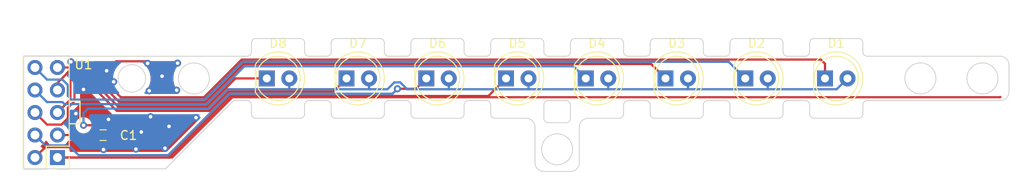
<source format=kicad_pcb>
(kicad_pcb (version 20171130) (host pcbnew "(5.1.6-0-10_14)")

  (general
    (thickness 1.6)
    (drawings 154)
    (tracks 172)
    (zones 0)
    (modules 10)
    (nets 11)
  )

  (page A4)
  (layers
    (0 F.Cu signal)
    (31 B.Cu signal)
    (32 B.Adhes user)
    (33 F.Adhes user)
    (34 B.Paste user)
    (35 F.Paste user)
    (36 B.SilkS user)
    (37 F.SilkS user)
    (38 B.Mask user)
    (39 F.Mask user)
    (40 Dwgs.User user)
    (41 Cmts.User user)
    (42 Eco1.User user)
    (43 Eco2.User user)
    (44 Edge.Cuts user)
    (45 Margin user)
    (46 B.CrtYd user)
    (47 F.CrtYd user)
    (48 B.Fab user)
    (49 F.Fab user)
  )

  (setup
    (last_trace_width 0.25)
    (trace_clearance 0.2)
    (zone_clearance 0.508)
    (zone_45_only no)
    (trace_min 0.2)
    (via_size 0.8)
    (via_drill 0.4)
    (via_min_size 0.4)
    (via_min_drill 0.3)
    (uvia_size 0.3)
    (uvia_drill 0.1)
    (uvias_allowed no)
    (uvia_min_size 0.2)
    (uvia_min_drill 0.1)
    (edge_width 0.1)
    (segment_width 0.2)
    (pcb_text_width 0.3)
    (pcb_text_size 1.5 1.5)
    (mod_edge_width 0.15)
    (mod_text_size 1 1)
    (mod_text_width 0.15)
    (pad_size 1.7 1.7)
    (pad_drill 1)
    (pad_to_mask_clearance 0)
    (aux_axis_origin 0 0)
    (grid_origin 0.5 0.5)
    (visible_elements FFFFFF7F)
    (pcbplotparams
      (layerselection 0x010fc_ffffffff)
      (usegerberextensions true)
      (usegerberattributes false)
      (usegerberadvancedattributes true)
      (creategerberjobfile true)
      (excludeedgelayer true)
      (linewidth 0.100000)
      (plotframeref false)
      (viasonmask false)
      (mode 1)
      (useauxorigin false)
      (hpglpennumber 1)
      (hpglpenspeed 20)
      (hpglpendiameter 15.000000)
      (psnegative false)
      (psa4output false)
      (plotreference true)
      (plotvalue true)
      (plotinvisibletext false)
      (padsonsilk false)
      (subtractmaskfromsilk false)
      (outputformat 1)
      (mirror false)
      (drillshape 0)
      (scaleselection 1)
      (outputdirectory ""))
  )

  (net 0 "")
  (net 1 GND)
  (net 2 VCC)
  (net 3 OUT1)
  (net 4 OUT2)
  (net 5 OUT3)
  (net 6 OUT4)
  (net 7 OUT5)
  (net 8 OUT6)
  (net 9 OUT7)
  (net 10 OUT8)

  (net_class Default "This is the default net class."
    (clearance 0.2)
    (trace_width 0.25)
    (via_dia 0.8)
    (via_drill 0.4)
    (uvia_dia 0.3)
    (uvia_drill 0.1)
    (add_net GND)
    (add_net OUT1)
    (add_net OUT2)
    (add_net OUT3)
    (add_net OUT4)
    (add_net OUT5)
    (add_net OUT6)
    (add_net OUT7)
    (add_net OUT8)
    (add_net VCC)
  )

  (module LEDs:LED_D5.0mm (layer F.Cu) (tedit 5995936A) (tstamp 5EFF066C)
    (at 164.73 113.5)
    (descr "LED, diameter 5.0mm, 2 pins, http://cdn-reichelt.de/documents/datenblatt/A500/LL-504BC2E-009.pdf")
    (tags "LED diameter 5.0mm 2 pins")
    (path /5ECD722C)
    (fp_text reference D1 (at 1.27 -3.96) (layer F.SilkS)
      (effects (font (size 1 1) (thickness 0.15)))
    )
    (fp_text value LED (at 1.27 3.96) (layer F.Fab)
      (effects (font (size 1 1) (thickness 0.15)))
    )
    (fp_circle (center 1.27 0) (end 3.77 0) (layer F.Fab) (width 0.1))
    (fp_circle (center 1.27 0) (end 3.77 0) (layer F.SilkS) (width 0.12))
    (fp_line (start -1.23 -1.469694) (end -1.23 1.469694) (layer F.Fab) (width 0.1))
    (fp_line (start -1.29 -1.545) (end -1.29 1.545) (layer F.SilkS) (width 0.12))
    (fp_line (start -1.95 -3.25) (end -1.95 3.25) (layer F.CrtYd) (width 0.05))
    (fp_line (start -1.95 3.25) (end 4.5 3.25) (layer F.CrtYd) (width 0.05))
    (fp_line (start 4.5 3.25) (end 4.5 -3.25) (layer F.CrtYd) (width 0.05))
    (fp_line (start 4.5 -3.25) (end -1.95 -3.25) (layer F.CrtYd) (width 0.05))
    (fp_arc (start 1.27 0) (end -1.23 -1.469694) (angle 299.1) (layer F.Fab) (width 0.1))
    (fp_arc (start 1.27 0) (end -1.29 -1.54483) (angle 148.9) (layer F.SilkS) (width 0.12))
    (fp_arc (start 1.27 0) (end -1.29 1.54483) (angle -148.9) (layer F.SilkS) (width 0.12))
    (fp_text user %R (at 2.36 -1.44) (layer F.Fab)
      (effects (font (size 0.8 0.8) (thickness 0.2)))
    )
    (pad 1 thru_hole rect (at 0 0) (size 1.8 1.8) (drill 0.9) (layers *.Cu *.Mask)
      (net 3 OUT1))
    (pad 2 thru_hole circle (at 2.54 0) (size 1.8 1.8) (drill 0.9) (layers *.Cu *.Mask)
      (net 2 VCC))
    (model ${KISYS3DMOD}/LEDs.3dshapes/LED_D5.0mm.wrl
      (at (xyz 0 0 0))
      (scale (xyz 0.393701 0.393701 0.393701))
      (rotate (xyz 0 0 0))
    )
    (model :desktop:OVLEW1CB9_OVLGC0C6B9.step.step
      (at (xyz 0 0 0))
      (scale (xyz 1 1 1))
      (rotate (xyz 0 0 0))
    )
  )

  (module LEDs:LED_D5.0mm (layer F.Cu) (tedit 5995936A) (tstamp 5EFF0639)
    (at 155.73 113.5)
    (descr "LED, diameter 5.0mm, 2 pins, http://cdn-reichelt.de/documents/datenblatt/A500/LL-504BC2E-009.pdf")
    (tags "LED diameter 5.0mm 2 pins")
    (path /5ECD7222)
    (fp_text reference D2 (at 1.27 -3.96) (layer F.SilkS)
      (effects (font (size 1 1) (thickness 0.15)))
    )
    (fp_text value LED (at 1.27 3.96) (layer F.Fab)
      (effects (font (size 1 1) (thickness 0.15)))
    )
    (fp_line (start 4.5 -3.25) (end -1.95 -3.25) (layer F.CrtYd) (width 0.05))
    (fp_line (start 4.5 3.25) (end 4.5 -3.25) (layer F.CrtYd) (width 0.05))
    (fp_line (start -1.95 3.25) (end 4.5 3.25) (layer F.CrtYd) (width 0.05))
    (fp_line (start -1.95 -3.25) (end -1.95 3.25) (layer F.CrtYd) (width 0.05))
    (fp_line (start -1.29 -1.545) (end -1.29 1.545) (layer F.SilkS) (width 0.12))
    (fp_line (start -1.23 -1.469694) (end -1.23 1.469694) (layer F.Fab) (width 0.1))
    (fp_circle (center 1.27 0) (end 3.77 0) (layer F.SilkS) (width 0.12))
    (fp_circle (center 1.27 0) (end 3.77 0) (layer F.Fab) (width 0.1))
    (fp_text user %R (at 1.25 0) (layer F.Fab)
      (effects (font (size 0.8 0.8) (thickness 0.2)))
    )
    (fp_arc (start 1.27 0) (end -1.29 1.54483) (angle -148.9) (layer F.SilkS) (width 0.12))
    (fp_arc (start 1.27 0) (end -1.29 -1.54483) (angle 148.9) (layer F.SilkS) (width 0.12))
    (fp_arc (start 1.27 0) (end -1.23 -1.469694) (angle 299.1) (layer F.Fab) (width 0.1))
    (pad 2 thru_hole circle (at 2.54 0) (size 1.8 1.8) (drill 0.9) (layers *.Cu *.Mask)
      (net 2 VCC))
    (pad 1 thru_hole rect (at 0 0) (size 1.8 1.8) (drill 0.9) (layers *.Cu *.Mask)
      (net 4 OUT2))
    (model ${KISYS3DMOD}/LEDs.3dshapes/LED_D5.0mm.wrl
      (at (xyz 0 0 0))
      (scale (xyz 0.393701 0.393701 0.393701))
      (rotate (xyz 0 0 0))
    )
    (model :desktop:OVLEW1CB9_OVLGC0C6B9.step.step
      (at (xyz 0 0 0))
      (scale (xyz 1 1 1))
      (rotate (xyz 0 0 0))
    )
  )

  (module LEDs:LED_D5.0mm (layer F.Cu) (tedit 5995936A) (tstamp 5EFF0606)
    (at 146.73 113.5)
    (descr "LED, diameter 5.0mm, 2 pins, http://cdn-reichelt.de/documents/datenblatt/A500/LL-504BC2E-009.pdf")
    (tags "LED diameter 5.0mm 2 pins")
    (path /5ECD7218)
    (fp_text reference D3 (at 1.27 -3.96) (layer F.SilkS)
      (effects (font (size 1 1) (thickness 0.15)))
    )
    (fp_text value LED (at 1.27 3.96) (layer F.Fab)
      (effects (font (size 1 1) (thickness 0.15)))
    )
    (fp_circle (center 1.27 0) (end 3.77 0) (layer F.Fab) (width 0.1))
    (fp_circle (center 1.27 0) (end 3.77 0) (layer F.SilkS) (width 0.12))
    (fp_line (start -1.23 -1.469694) (end -1.23 1.469694) (layer F.Fab) (width 0.1))
    (fp_line (start -1.29 -1.545) (end -1.29 1.545) (layer F.SilkS) (width 0.12))
    (fp_line (start -1.95 -3.25) (end -1.95 3.25) (layer F.CrtYd) (width 0.05))
    (fp_line (start -1.95 3.25) (end 4.5 3.25) (layer F.CrtYd) (width 0.05))
    (fp_line (start 4.5 3.25) (end 4.5 -3.25) (layer F.CrtYd) (width 0.05))
    (fp_line (start 4.5 -3.25) (end -1.95 -3.25) (layer F.CrtYd) (width 0.05))
    (fp_arc (start 1.27 0) (end -1.23 -1.469694) (angle 299.1) (layer F.Fab) (width 0.1))
    (fp_arc (start 1.27 0) (end -1.29 -1.54483) (angle 148.9) (layer F.SilkS) (width 0.12))
    (fp_arc (start 1.27 0) (end -1.29 1.54483) (angle -148.9) (layer F.SilkS) (width 0.12))
    (fp_text user %R (at 1.25 0) (layer F.Fab)
      (effects (font (size 0.8 0.8) (thickness 0.2)))
    )
    (pad 1 thru_hole rect (at 0 0) (size 1.8 1.8) (drill 0.9) (layers *.Cu *.Mask)
      (net 5 OUT3))
    (pad 2 thru_hole circle (at 2.54 0) (size 1.8 1.8) (drill 0.9) (layers *.Cu *.Mask)
      (net 2 VCC))
    (model ${KISYS3DMOD}/LEDs.3dshapes/LED_D5.0mm.wrl
      (at (xyz 0 0 0))
      (scale (xyz 0.3937 0.3937 0.3937))
      (rotate (xyz 0 0 0))
    )
    (model :desktop:OVLEW1CB9_OVLGC0C6B9.step.step
      (at (xyz 0 0 0))
      (scale (xyz 1 1 1))
      (rotate (xyz 0 0 0))
    )
  )

  (module LEDs:LED_D5.0mm (layer F.Cu) (tedit 5995936A) (tstamp 5EFF05D3)
    (at 137.73 113.5)
    (descr "LED, diameter 5.0mm, 2 pins, http://cdn-reichelt.de/documents/datenblatt/A500/LL-504BC2E-009.pdf")
    (tags "LED diameter 5.0mm 2 pins")
    (path /5ECD720E)
    (fp_text reference D4 (at 1.27 -3.96) (layer F.SilkS)
      (effects (font (size 1 1) (thickness 0.15)))
    )
    (fp_text value LED (at 1.27 3.96) (layer F.Fab)
      (effects (font (size 1 1) (thickness 0.15)))
    )
    (fp_line (start 4.5 -3.25) (end -1.95 -3.25) (layer F.CrtYd) (width 0.05))
    (fp_line (start 4.5 3.25) (end 4.5 -3.25) (layer F.CrtYd) (width 0.05))
    (fp_line (start -1.95 3.25) (end 4.5 3.25) (layer F.CrtYd) (width 0.05))
    (fp_line (start -1.95 -3.25) (end -1.95 3.25) (layer F.CrtYd) (width 0.05))
    (fp_line (start -1.29 -1.545) (end -1.29 1.545) (layer F.SilkS) (width 0.12))
    (fp_line (start -1.23 -1.469694) (end -1.23 1.469694) (layer F.Fab) (width 0.1))
    (fp_circle (center 1.27 0) (end 3.77 0) (layer F.SilkS) (width 0.12))
    (fp_circle (center 1.27 0) (end 3.77 0) (layer F.Fab) (width 0.1))
    (fp_text user %R (at 1.25 0) (layer F.Fab)
      (effects (font (size 0.8 0.8) (thickness 0.2)))
    )
    (fp_arc (start 1.27 0) (end -1.29 1.54483) (angle -148.9) (layer F.SilkS) (width 0.12))
    (fp_arc (start 1.27 0) (end -1.29 -1.54483) (angle 148.9) (layer F.SilkS) (width 0.12))
    (fp_arc (start 1.27 0) (end -1.23 -1.469694) (angle 299.1) (layer F.Fab) (width 0.1))
    (pad 2 thru_hole circle (at 2.54 0) (size 1.8 1.8) (drill 0.9) (layers *.Cu *.Mask)
      (net 2 VCC))
    (pad 1 thru_hole rect (at 0 0) (size 1.8 1.8) (drill 0.9) (layers *.Cu *.Mask)
      (net 6 OUT4))
    (model ${KISYS3DMOD}/LEDs.3dshapes/LED_D5.0mm.wrl
      (at (xyz 0 0 0))
      (scale (xyz 0.393701 0.393701 0.393701))
      (rotate (xyz 0 0 0))
    )
    (model :desktop:OVLEW1CB9_OVLGC0C6B9.step.step
      (at (xyz 0 0 0))
      (scale (xyz 1 1 1))
      (rotate (xyz 0 0 0))
    )
  )

  (module LEDs:LED_D5.0mm (layer F.Cu) (tedit 5995936A) (tstamp 5EFFA656)
    (at 128.73 113.5)
    (descr "LED, diameter 5.0mm, 2 pins, http://cdn-reichelt.de/documents/datenblatt/A500/LL-504BC2E-009.pdf")
    (tags "LED diameter 5.0mm 2 pins")
    (path /5ECD30CB)
    (fp_text reference D5 (at 1.27 -3.96) (layer F.SilkS)
      (effects (font (size 1 1) (thickness 0.15)))
    )
    (fp_text value LED (at 1.27 3.96) (layer F.Fab)
      (effects (font (size 1 1) (thickness 0.15)))
    )
    (fp_circle (center 1.27 0) (end 3.77 0) (layer F.Fab) (width 0.1))
    (fp_circle (center 1.27 0) (end 3.77 0) (layer F.SilkS) (width 0.12))
    (fp_line (start -1.23 -1.469694) (end -1.23 1.469694) (layer F.Fab) (width 0.1))
    (fp_line (start -1.29 -1.545) (end -1.29 1.545) (layer F.SilkS) (width 0.12))
    (fp_line (start -1.95 -3.25) (end -1.95 3.25) (layer F.CrtYd) (width 0.05))
    (fp_line (start -1.95 3.25) (end 4.5 3.25) (layer F.CrtYd) (width 0.05))
    (fp_line (start 4.5 3.25) (end 4.5 -3.25) (layer F.CrtYd) (width 0.05))
    (fp_line (start 4.5 -3.25) (end -1.95 -3.25) (layer F.CrtYd) (width 0.05))
    (fp_arc (start 1.27 0) (end -1.23 -1.469694) (angle 299.1) (layer F.Fab) (width 0.1))
    (fp_arc (start 1.27 0) (end -1.29 -1.54483) (angle 148.9) (layer F.SilkS) (width 0.12))
    (fp_arc (start 1.27 0) (end -1.29 1.54483) (angle -148.9) (layer F.SilkS) (width 0.12))
    (fp_text user %R (at 1.25 0) (layer F.Fab)
      (effects (font (size 0.8 0.8) (thickness 0.2)))
    )
    (pad 1 thru_hole rect (at 0 0) (size 1.8 1.8) (drill 0.9) (layers *.Cu *.Mask)
      (net 7 OUT5))
    (pad 2 thru_hole circle (at 2.54 0) (size 1.8 1.8) (drill 0.9) (layers *.Cu *.Mask)
      (net 2 VCC))
    (model ${KISYS3DMOD}/LEDs.3dshapes/LED_D5.0mm.wrl
      (at (xyz 0 0 0))
      (scale (xyz 0.393701 0.393701 0.393701))
      (rotate (xyz 0 0 0))
    )
    (model :desktop:OVLEW1CB9_OVLGC0C6B9.step.step
      (at (xyz 0 0 0))
      (scale (xyz 1 1 1))
      (rotate (xyz 0 0 0))
    )
  )

  (module LEDs:LED_D5.0mm (layer F.Cu) (tedit 5995936A) (tstamp 5EFFA623)
    (at 119.73 113.5)
    (descr "LED, diameter 5.0mm, 2 pins, http://cdn-reichelt.de/documents/datenblatt/A500/LL-504BC2E-009.pdf")
    (tags "LED diameter 5.0mm 2 pins")
    (path /5ECD2AA7)
    (fp_text reference D6 (at 1.27 -3.96) (layer F.SilkS)
      (effects (font (size 1 1) (thickness 0.15)))
    )
    (fp_text value LED (at 1.27 3.96) (layer F.Fab)
      (effects (font (size 1 1) (thickness 0.15)))
    )
    (fp_line (start 4.5 -3.25) (end -1.95 -3.25) (layer F.CrtYd) (width 0.05))
    (fp_line (start 4.5 3.25) (end 4.5 -3.25) (layer F.CrtYd) (width 0.05))
    (fp_line (start -1.95 3.25) (end 4.5 3.25) (layer F.CrtYd) (width 0.05))
    (fp_line (start -1.95 -3.25) (end -1.95 3.25) (layer F.CrtYd) (width 0.05))
    (fp_line (start -1.29 -1.545) (end -1.29 1.545) (layer F.SilkS) (width 0.12))
    (fp_line (start -1.23 -1.469694) (end -1.23 1.469694) (layer F.Fab) (width 0.1))
    (fp_circle (center 1.27 0) (end 3.77 0) (layer F.SilkS) (width 0.12))
    (fp_circle (center 1.27 0) (end 3.77 0) (layer F.Fab) (width 0.1))
    (fp_text user %R (at 1.25 0) (layer F.Fab)
      (effects (font (size 0.8 0.8) (thickness 0.2)))
    )
    (fp_arc (start 1.27 0) (end -1.29 1.54483) (angle -148.9) (layer F.SilkS) (width 0.12))
    (fp_arc (start 1.27 0) (end -1.29 -1.54483) (angle 148.9) (layer F.SilkS) (width 0.12))
    (fp_arc (start 1.27 0) (end -1.23 -1.469694) (angle 299.1) (layer F.Fab) (width 0.1))
    (pad 2 thru_hole circle (at 2.54 0) (size 1.8 1.8) (drill 0.9) (layers *.Cu *.Mask)
      (net 2 VCC))
    (pad 1 thru_hole rect (at 0 0) (size 1.8 1.8) (drill 0.9) (layers *.Cu *.Mask)
      (net 8 OUT6))
    (model ${KISYS3DMOD}/LEDs.3dshapes/LED_D5.0mm.wrl
      (at (xyz 0 0 0))
      (scale (xyz 0.393701 0.393701 0.393701))
      (rotate (xyz 0 0 0))
    )
    (model :desktop:OVLEW1CB9_OVLGC0C6B9.step.step
      (at (xyz 0 0 0))
      (scale (xyz 1 1 1))
      (rotate (xyz 0 0 0))
    )
  )

  (module LEDs:LED_D5.0mm (layer F.Cu) (tedit 5995936A) (tstamp 5EFFA5F0)
    (at 110.73 113.5)
    (descr "LED, diameter 5.0mm, 2 pins, http://cdn-reichelt.de/documents/datenblatt/A500/LL-504BC2E-009.pdf")
    (tags "LED diameter 5.0mm 2 pins")
    (path /5ECD240F)
    (fp_text reference D7 (at 1.27 -3.96) (layer F.SilkS)
      (effects (font (size 1 1) (thickness 0.15)))
    )
    (fp_text value LED (at 1.27 3.96) (layer F.Fab)
      (effects (font (size 1 1) (thickness 0.15)))
    )
    (fp_circle (center 1.27 0) (end 3.77 0) (layer F.Fab) (width 0.1))
    (fp_circle (center 1.27 0) (end 3.77 0) (layer F.SilkS) (width 0.12))
    (fp_line (start -1.23 -1.469694) (end -1.23 1.469694) (layer F.Fab) (width 0.1))
    (fp_line (start -1.29 -1.545) (end -1.29 1.545) (layer F.SilkS) (width 0.12))
    (fp_line (start -1.95 -3.25) (end -1.95 3.25) (layer F.CrtYd) (width 0.05))
    (fp_line (start -1.95 3.25) (end 4.5 3.25) (layer F.CrtYd) (width 0.05))
    (fp_line (start 4.5 3.25) (end 4.5 -3.25) (layer F.CrtYd) (width 0.05))
    (fp_line (start 4.5 -3.25) (end -1.95 -3.25) (layer F.CrtYd) (width 0.05))
    (fp_arc (start 1.27 0) (end -1.23 -1.469694) (angle 299.1) (layer F.Fab) (width 0.1))
    (fp_arc (start 1.27 0) (end -1.29 -1.54483) (angle 148.9) (layer F.SilkS) (width 0.12))
    (fp_arc (start 1.27 0) (end -1.29 1.54483) (angle -148.9) (layer F.SilkS) (width 0.12))
    (fp_text user %R (at 1.25 0) (layer F.Fab)
      (effects (font (size 0.8 0.8) (thickness 0.2)))
    )
    (pad 1 thru_hole rect (at 0 0) (size 1.8 1.8) (drill 0.9) (layers *.Cu *.Mask)
      (net 9 OUT7))
    (pad 2 thru_hole circle (at 2.54 0) (size 1.8 1.8) (drill 0.9) (layers *.Cu *.Mask)
      (net 2 VCC))
    (model ${KISYS3DMOD}/LEDs.3dshapes/LED_D5.0mm.wrl
      (at (xyz 0 0 0))
      (scale (xyz 0.3937 0.3937 0.3937))
      (rotate (xyz 0 0 0))
    )
    (model :desktop:OVLEW1CB9_OVLGC0C6B9.step.step
      (at (xyz 0 0 0))
      (scale (xyz 1 1 1))
      (rotate (xyz 0 0 0))
    )
  )

  (module LEDs:LED_D5.0mm (layer F.Cu) (tedit 5995936A) (tstamp 5EFFA5BD)
    (at 101.73 113.5)
    (descr "LED, diameter 5.0mm, 2 pins, http://cdn-reichelt.de/documents/datenblatt/A500/LL-504BC2E-009.pdf")
    (tags "LED diameter 5.0mm 2 pins")
    (path /5ECD166D)
    (fp_text reference D8 (at 1.27 -3.96) (layer F.SilkS)
      (effects (font (size 1 1) (thickness 0.15)))
    )
    (fp_text value LED (at 1.27 3.96) (layer F.Fab)
      (effects (font (size 1 1) (thickness 0.15)))
    )
    (fp_line (start 4.5 -3.25) (end -1.95 -3.25) (layer F.CrtYd) (width 0.05))
    (fp_line (start 4.5 3.25) (end 4.5 -3.25) (layer F.CrtYd) (width 0.05))
    (fp_line (start -1.95 3.25) (end 4.5 3.25) (layer F.CrtYd) (width 0.05))
    (fp_line (start -1.95 -3.25) (end -1.95 3.25) (layer F.CrtYd) (width 0.05))
    (fp_line (start -1.29 -1.545) (end -1.29 1.545) (layer F.SilkS) (width 0.12))
    (fp_line (start -1.23 -1.469694) (end -1.23 1.469694) (layer F.Fab) (width 0.1))
    (fp_circle (center 1.27 0) (end 3.77 0) (layer F.SilkS) (width 0.12))
    (fp_circle (center 1.27 0) (end 3.77 0) (layer F.Fab) (width 0.1))
    (fp_text user %R (at 1.25 0) (layer F.Fab)
      (effects (font (size 0.8 0.8) (thickness 0.2)))
    )
    (fp_arc (start 1.27 0) (end -1.29 1.54483) (angle -148.9) (layer F.SilkS) (width 0.12))
    (fp_arc (start 1.27 0) (end -1.29 -1.54483) (angle 148.9) (layer F.SilkS) (width 0.12))
    (fp_arc (start 1.27 0) (end -1.23 -1.469694) (angle 299.1) (layer F.Fab) (width 0.1))
    (pad 2 thru_hole circle (at 2.54 0) (size 1.8 1.8) (drill 0.9) (layers *.Cu *.Mask)
      (net 2 VCC))
    (pad 1 thru_hole rect (at 0 0) (size 1.8 1.8) (drill 0.9) (layers *.Cu *.Mask)
      (net 10 OUT8))
    (model ${KISYS3DMOD}/LEDs.3dshapes/LED_D5.0mm.wrl
      (at (xyz 0 0 0))
      (scale (xyz 0.393701 0.393701 0.393701))
      (rotate (xyz 0 0 0))
    )
    (model :desktop:OVLEW1CB9_OVLGC0C6B9.step.step
      (at (xyz 0 0 0))
      (scale (xyz 1 1 1))
      (rotate (xyz 0 0 0))
    )
  )

  (module Capacitors_SMD:C_0603_HandSoldering (layer F.Cu) (tedit 58AA848B) (tstamp 5EFFD67E)
    (at 83.2532 119.9054)
    (descr "Capacitor SMD 0603, hand soldering")
    (tags "capacitor 0603")
    (path /5ED07E21)
    (attr smd)
    (fp_text reference C1 (at 2.8702 0.0254) (layer F.SilkS)
      (effects (font (size 1 1) (thickness 0.15)))
    )
    (fp_text value C (at 0 1.5) (layer F.Fab)
      (effects (font (size 1 1) (thickness 0.15)))
    )
    (fp_line (start -0.8 0.4) (end -0.8 -0.4) (layer F.Fab) (width 0.1))
    (fp_line (start 0.8 0.4) (end -0.8 0.4) (layer F.Fab) (width 0.1))
    (fp_line (start 0.8 -0.4) (end 0.8 0.4) (layer F.Fab) (width 0.1))
    (fp_line (start -0.8 -0.4) (end 0.8 -0.4) (layer F.Fab) (width 0.1))
    (fp_line (start -0.35 -0.6) (end 0.35 -0.6) (layer F.SilkS) (width 0.12))
    (fp_line (start 0.35 0.6) (end -0.35 0.6) (layer F.SilkS) (width 0.12))
    (fp_line (start -1.8 -0.65) (end 1.8 -0.65) (layer F.CrtYd) (width 0.05))
    (fp_line (start -1.8 -0.65) (end -1.8 0.65) (layer F.CrtYd) (width 0.05))
    (fp_line (start 1.8 0.65) (end 1.8 -0.65) (layer F.CrtYd) (width 0.05))
    (fp_line (start 1.8 0.65) (end -1.8 0.65) (layer F.CrtYd) (width 0.05))
    (fp_text user %R (at 0 -1.25) (layer F.Fab)
      (effects (font (size 1 1) (thickness 0.15)))
    )
    (pad 1 smd rect (at -0.95 0) (size 1.2 0.75) (layers F.Cu F.Paste F.Mask)
      (net 2 VCC))
    (pad 2 smd rect (at 0.95 0) (size 1.2 0.75) (layers F.Cu F.Paste F.Mask)
      (net 1 GND))
    (model Capacitors_SMD.3dshapes/C_0603.wrl
      (at (xyz 0 0 0))
      (scale (xyz 1 1 1))
      (rotate (xyz 0 0 0))
    )
    (model ${KISYS3DMOD}/Capacitor_SMD.3dshapes/C_0603_1608Metric.step
      (at (xyz 0 0 0))
      (scale (xyz 1 1 1))
      (rotate (xyz 0 0 0))
    )
  )

  (module Pin_Headers:Pin_Header_Straight_2x05_Pitch2.54mm (layer F.Cu) (tedit 5F1FD418) (tstamp 5F1FB8CC)
    (at 78.104401 122.43 180)
    (descr "Through hole straight pin header, 2x05, 2.54mm pitch, double rows")
    (tags "Through hole pin header THT 2x05 2.54mm double row")
    (path /5F22415F)
    (fp_text reference U1 (at -2.938999 10.4748) (layer F.SilkS)
      (effects (font (size 1 1) (thickness 0.15)))
    )
    (fp_text value Conn_02x05 (at 1.27 12.49) (layer F.Fab)
      (effects (font (size 1 1) (thickness 0.15)))
    )
    (fp_line (start 4.35 -1.8) (end -1.8 -1.8) (layer F.CrtYd) (width 0.05))
    (fp_line (start 4.35 11.95) (end 4.35 -1.8) (layer F.CrtYd) (width 0.05))
    (fp_line (start -1.8 11.95) (end 4.35 11.95) (layer F.CrtYd) (width 0.05))
    (fp_line (start -1.8 -1.8) (end -1.8 11.95) (layer F.CrtYd) (width 0.05))
    (fp_line (start -1.33 -1.33) (end 0 -1.33) (layer F.SilkS) (width 0.12))
    (fp_line (start -1.33 0) (end -1.33 -1.33) (layer F.SilkS) (width 0.12))
    (fp_line (start 1.27 -1.33) (end 3.87 -1.33) (layer F.SilkS) (width 0.12))
    (fp_line (start 1.27 1.27) (end 1.27 -1.33) (layer F.SilkS) (width 0.12))
    (fp_line (start -1.33 1.27) (end 1.27 1.27) (layer F.SilkS) (width 0.12))
    (fp_line (start 3.87 -1.33) (end 3.87 11.49) (layer F.SilkS) (width 0.12))
    (fp_line (start -1.33 1.27) (end -1.33 11.49) (layer F.SilkS) (width 0.12))
    (fp_line (start -1.33 11.49) (end 3.87 11.49) (layer F.SilkS) (width 0.12))
    (fp_line (start -1.27 0) (end 0 -1.27) (layer F.Fab) (width 0.1))
    (fp_line (start -1.27 11.43) (end -1.27 0) (layer F.Fab) (width 0.1))
    (fp_line (start 3.81 11.43) (end -1.27 11.43) (layer F.Fab) (width 0.1))
    (fp_line (start 3.81 -1.27) (end 3.81 11.43) (layer F.Fab) (width 0.1))
    (fp_line (start 0 -1.27) (end 3.81 -1.27) (layer F.Fab) (width 0.1))
    (fp_text user %R (at 1.27 5.08 90) (layer F.Fab)
      (effects (font (size 1 1) (thickness 0.15)))
    )
    (pad 10 thru_hole oval (at 2.54 10.16 180) (size 1.7 1.7) (drill 1) (layers *.Cu *.Mask)
      (net 4 OUT2))
    (pad 9 thru_hole oval (at 0 10.16 180) (size 1.7 1.7) (drill 1) (layers *.Cu *.Mask)
      (net 3 OUT1))
    (pad 8 thru_hole oval (at 2.54 7.62 180) (size 1.7 1.7) (drill 1) (layers *.Cu *.Mask)
      (net 6 OUT4))
    (pad 7 thru_hole oval (at 0 7.62 180) (size 1.7 1.7) (drill 1) (layers *.Cu *.Mask)
      (net 5 OUT3))
    (pad 6 thru_hole oval (at 2.54 5.08 180) (size 1.7 1.7) (drill 1) (layers *.Cu *.Mask)
      (net 9 OUT7))
    (pad 5 thru_hole oval (at 0 5.08 180) (size 1.7 1.7) (drill 1) (layers *.Cu *.Mask)
      (net 10 OUT8))
    (pad 4 thru_hole oval (at 2.54 2.54 180) (size 1.7 1.7) (drill 1) (layers *.Cu *.Mask)
      (net 8 OUT6))
    (pad 3 thru_hole oval (at 0 2.54 180) (size 1.7 1.7) (drill 1) (layers *.Cu *.Mask)
      (net 2 VCC))
    (pad 2 thru_hole oval (at 2.54 0 180) (size 1.7 1.7) (drill 1) (layers *.Cu *.Mask)
      (net 1 GND))
    (pad 1 thru_hole rect (at 0 0 180) (size 1.7 1.7) (drill 1) (layers *.Cu *.Mask)
      (net 7 OUT5))
    (model ${KISYS3DMOD}/Pin_Headers.3dshapes/Pin_Header_Straight_2x05_Pitch2.54mm.wrl
      (at (xyz 0 0 0))
      (scale (xyz 1 1 1))
      (rotate (xyz 0 0 0))
    )
    (model ":desktop:aitendo-MIL-2x5-cable-edge v1.step"
      (at (xyz 0 0 0))
      (scale (xyz 1 1 1))
      (rotate (xyz 0 0 0))
    )
  )

  (gr_text 111.3x15mm (at 77.5 105.5) (layer Dwgs.User)
    (effects (font (size 1 1) (thickness 0.15)))
  )
  (gr_line (start 133.5 118.5) (end 135.5 118.5) (layer Edge.Cuts) (width 0.1) (tstamp 5F27A9DA))
  (gr_arc (start 131 119) (end 132 119) (angle -90) (layer Edge.Cuts) (width 0.1))
  (gr_arc (start 138 119) (end 138 118) (angle -90) (layer Edge.Cuts) (width 0.1))
  (gr_line (start 135.5 116) (end 133.5 116) (layer Edge.Cuts) (width 0.1) (tstamp 5F27A9C5))
  (gr_line (start 144.5 116) (end 142.5 116) (layer Edge.Cuts) (width 0.1) (tstamp 5F27A9C4))
  (gr_line (start 153.5 116) (end 151.5 116) (layer Edge.Cuts) (width 0.1) (tstamp 5F27A9C3))
  (gr_line (start 162.5 116) (end 160.5 116) (layer Edge.Cuts) (width 0.1) (tstamp 5F27A9C2))
  (gr_line (start 184.5 111) (end 169.5 111) (layer Edge.Cuts) (width 0.1) (tstamp 5F27A9BE))
  (gr_line (start 160.5 111) (end 162.5 111) (layer Edge.Cuts) (width 0.1) (tstamp 5F27A9BD))
  (gr_line (start 151.5 111) (end 153.5 111) (layer Edge.Cuts) (width 0.1) (tstamp 5F27A9BC))
  (gr_line (start 142.5 111) (end 144.5 111) (layer Edge.Cuts) (width 0.1) (tstamp 5F27A9BB))
  (gr_line (start 133.5 111) (end 135.5 111) (layer Edge.Cuts) (width 0.1) (tstamp 5F27A9BA))
  (gr_line (start 124.5 111) (end 126.5 111) (layer Edge.Cuts) (width 0.1) (tstamp 5F27A9B9))
  (gr_line (start 115.5 111) (end 117.5 111) (layer Edge.Cuts) (width 0.1) (tstamp 5F27A9B8))
  (gr_line (start 106.5 111) (end 108.5 111) (layer Edge.Cuts) (width 0.1) (tstamp 5F27A9B7))
  (gr_line (start 124.5 116) (end 126.5 116) (layer Edge.Cuts) (width 0.1) (tstamp 5F27A9B6))
  (gr_line (start 115.5 116) (end 117.5 116) (layer Edge.Cuts) (width 0.1) (tstamp 5F27A9B5))
  (gr_line (start 106.5 116) (end 108.5 116) (layer Edge.Cuts) (width 0.1) (tstamp 5F27A9B4))
  (gr_arc (start 163.5 117.5) (end 163 117.5) (angle -90) (layer Edge.Cuts) (width 0.1) (tstamp 5F27A9A6))
  (gr_arc (start 162.5 116.5) (end 163 116.5) (angle -90) (layer Edge.Cuts) (width 0.1) (tstamp 5F27A9A5))
  (gr_line (start 163 116.5) (end 163 117.5) (layer Edge.Cuts) (width 0.1) (tstamp 5F27A9A4))
  (gr_line (start 168.5 118) (end 163.5 118) (layer Edge.Cuts) (width 0.1) (tstamp 5F27A9A3))
  (gr_line (start 169 117.5) (end 169 116.5) (layer Edge.Cuts) (width 0.1) (tstamp 5F27A9A2))
  (gr_arc (start 168.5 117.5) (end 168.5 118) (angle -90) (layer Edge.Cuts) (width 0.1) (tstamp 5F27A9A1))
  (gr_arc (start 169.5 116.5) (end 169.5 116) (angle -90) (layer Edge.Cuts) (width 0.1) (tstamp 5F27A9A0))
  (gr_line (start 154 116.5) (end 154 117.5) (layer Edge.Cuts) (width 0.1) (tstamp 5F27A998))
  (gr_arc (start 153.5 116.5) (end 154 116.5) (angle -90) (layer Edge.Cuts) (width 0.1) (tstamp 5F27A997))
  (gr_arc (start 159.5 117.5) (end 159.5 118) (angle -90) (layer Edge.Cuts) (width 0.1) (tstamp 5F27A996))
  (gr_arc (start 160.5 116.5) (end 160.5 116) (angle -90) (layer Edge.Cuts) (width 0.1) (tstamp 5F27A995))
  (gr_line (start 160 117.5) (end 160 116.5) (layer Edge.Cuts) (width 0.1) (tstamp 5F27A994))
  (gr_arc (start 154.5 117.5) (end 154 117.5) (angle -90) (layer Edge.Cuts) (width 0.1) (tstamp 5F27A993))
  (gr_line (start 159.5 118) (end 154.5 118) (layer Edge.Cuts) (width 0.1) (tstamp 5F27A992))
  (gr_line (start 150.5 118) (end 145.5 118) (layer Edge.Cuts) (width 0.1) (tstamp 5F27A98A))
  (gr_line (start 145 116.5) (end 145 117.5) (layer Edge.Cuts) (width 0.1) (tstamp 5F27A989))
  (gr_arc (start 150.5 117.5) (end 150.5 118) (angle -90) (layer Edge.Cuts) (width 0.1) (tstamp 5F27A988))
  (gr_arc (start 151.5 116.5) (end 151.5 116) (angle -90) (layer Edge.Cuts) (width 0.1) (tstamp 5F27A987))
  (gr_arc (start 144.5 116.5) (end 145 116.5) (angle -90) (layer Edge.Cuts) (width 0.1) (tstamp 5F27A986))
  (gr_line (start 151 117.5) (end 151 116.5) (layer Edge.Cuts) (width 0.1) (tstamp 5F27A985))
  (gr_arc (start 145.5 117.5) (end 145 117.5) (angle -90) (layer Edge.Cuts) (width 0.1) (tstamp 5F27A984))
  (gr_line (start 142 117.5) (end 142 116.5) (layer Edge.Cuts) (width 0.1) (tstamp 5F27A97C))
  (gr_arc (start 142.5 116.5) (end 142.5 116) (angle -90) (layer Edge.Cuts) (width 0.1) (tstamp 5F27A97B))
  (gr_arc (start 135.5 116.5) (end 136 116.5) (angle -90) (layer Edge.Cuts) (width 0.1) (tstamp 5F27A97A))
  (gr_line (start 136 116.5) (end 136 118) (layer Edge.Cuts) (width 0.1) (tstamp 5F27A979))
  (gr_arc (start 141.5 117.5) (end 141.5 118) (angle -90) (layer Edge.Cuts) (width 0.1) (tstamp 5F27A978))
  (gr_arc (start 133.5 118) (end 133 118) (angle -90) (layer Edge.Cuts) (width 0.1) (tstamp 5F27A977))
  (gr_line (start 141.5 118) (end 138 118) (layer Edge.Cuts) (width 0.1) (tstamp 5F27A976))
  (gr_line (start 133 118) (end 133 116.5) (layer Edge.Cuts) (width 0.1) (tstamp 5F27A96E))
  (gr_line (start 131 118) (end 127.5 118) (layer Edge.Cuts) (width 0.1) (tstamp 5F27A96D))
  (gr_arc (start 135.5 118) (end 135.5 118.5) (angle -90) (layer Edge.Cuts) (width 0.1) (tstamp 5F27A96C))
  (gr_arc (start 127.5 117.5) (end 127 117.5) (angle -90) (layer Edge.Cuts) (width 0.1) (tstamp 5F27A96B))
  (gr_arc (start 126.5 116.5) (end 127 116.5) (angle -90) (layer Edge.Cuts) (width 0.1) (tstamp 5F27A96A))
  (gr_line (start 127 116.5) (end 127 117.5) (layer Edge.Cuts) (width 0.1) (tstamp 5F27A969))
  (gr_arc (start 133.5 116.5) (end 133.5 116) (angle -90) (layer Edge.Cuts) (width 0.1) (tstamp 5F27A968))
  (gr_arc (start 117.5 116.5) (end 118 116.5) (angle -90) (layer Edge.Cuts) (width 0.1) (tstamp 5F27A960))
  (gr_arc (start 123.5 117.5) (end 123.5 118) (angle -90) (layer Edge.Cuts) (width 0.1) (tstamp 5F27A95F))
  (gr_line (start 118 116.5) (end 118 117.5) (layer Edge.Cuts) (width 0.1) (tstamp 5F27A95E))
  (gr_line (start 123.5 118) (end 118.5 118) (layer Edge.Cuts) (width 0.1) (tstamp 5F27A95D))
  (gr_arc (start 124.5 116.5) (end 124.5 116) (angle -90) (layer Edge.Cuts) (width 0.1) (tstamp 5F27A95C))
  (gr_arc (start 118.5 117.5) (end 118 117.5) (angle -90) (layer Edge.Cuts) (width 0.1) (tstamp 5F27A95B))
  (gr_line (start 124 117.5) (end 124 116.5) (layer Edge.Cuts) (width 0.1) (tstamp 5F27A95A))
  (gr_line (start 109 116.5) (end 109 117.5) (layer Edge.Cuts) (width 0.1) (tstamp 5F27A952))
  (gr_arc (start 108.5 116.5) (end 109 116.5) (angle -90) (layer Edge.Cuts) (width 0.1) (tstamp 5F27A951))
  (gr_line (start 114.5 118) (end 109.5 118) (layer Edge.Cuts) (width 0.1) (tstamp 5F27A950))
  (gr_arc (start 115.5 116.5) (end 115.5 116) (angle -90) (layer Edge.Cuts) (width 0.1) (tstamp 5F27A94F))
  (gr_arc (start 109.5 117.5) (end 109 117.5) (angle -90) (layer Edge.Cuts) (width 0.1) (tstamp 5F27A94E))
  (gr_arc (start 114.5 117.5) (end 114.5 118) (angle -90) (layer Edge.Cuts) (width 0.1) (tstamp 5F27A94D))
  (gr_line (start 115 117.5) (end 115 116.5) (layer Edge.Cuts) (width 0.1) (tstamp 5F27A94C))
  (gr_line (start 100 116.5) (end 100 117.5) (layer Edge.Cuts) (width 0.1) (tstamp 5F27A936))
  (gr_line (start 106 117.5) (end 106 116.5) (layer Edge.Cuts) (width 0.1) (tstamp 5F27A935))
  (gr_arc (start 99.5 116.5) (end 100 116.5) (angle -90) (layer Edge.Cuts) (width 0.1) (tstamp 5F27A934))
  (gr_arc (start 106.5 116.5) (end 106.5 116) (angle -90) (layer Edge.Cuts) (width 0.1) (tstamp 5F27A933))
  (gr_line (start 105.5 118) (end 100.5 118) (layer Edge.Cuts) (width 0.1) (tstamp 5F27A932))
  (gr_arc (start 105.5 117.5) (end 105.5 118) (angle -90) (layer Edge.Cuts) (width 0.1) (tstamp 5F27A931))
  (gr_arc (start 100.5 117.5) (end 100 117.5) (angle -90) (layer Edge.Cuts) (width 0.1) (tstamp 5F27A930))
  (gr_line (start 163.5 109) (end 168.5 109) (layer Edge.Cuts) (width 0.1) (tstamp 5F27A928))
  (gr_arc (start 163.5 109.5) (end 163.5 109) (angle -90) (layer Edge.Cuts) (width 0.1) (tstamp 5F27A927))
  (gr_arc (start 168.5 109.5) (end 169 109.5) (angle -90) (layer Edge.Cuts) (width 0.1) (tstamp 5F27A926))
  (gr_arc (start 162.5 110.5) (end 162.5 111) (angle -90) (layer Edge.Cuts) (width 0.1) (tstamp 5F27A925))
  (gr_arc (start 169.5 110.5) (end 169 110.5) (angle -90) (layer Edge.Cuts) (width 0.1) (tstamp 5F27A924))
  (gr_line (start 169 110.5) (end 169 109.5) (layer Edge.Cuts) (width 0.1) (tstamp 5F27A923))
  (gr_line (start 163 109.5) (end 163 110.5) (layer Edge.Cuts) (width 0.1) (tstamp 5F27A922))
  (gr_arc (start 154.5 109.5) (end 154.5 109) (angle -90) (layer Edge.Cuts) (width 0.1) (tstamp 5F27A91A))
  (gr_line (start 154.5 109) (end 159.5 109) (layer Edge.Cuts) (width 0.1) (tstamp 5F27A919))
  (gr_arc (start 160.5 110.5) (end 160 110.5) (angle -90) (layer Edge.Cuts) (width 0.1) (tstamp 5F27A918))
  (gr_arc (start 159.5 109.5) (end 160 109.5) (angle -90) (layer Edge.Cuts) (width 0.1) (tstamp 5F27A917))
  (gr_arc (start 153.5 110.5) (end 153.5 111) (angle -90) (layer Edge.Cuts) (width 0.1) (tstamp 5F27A916))
  (gr_line (start 160 110.5) (end 160 109.5) (layer Edge.Cuts) (width 0.1) (tstamp 5F27A915))
  (gr_line (start 154 109.5) (end 154 110.5) (layer Edge.Cuts) (width 0.1) (tstamp 5F27A914))
  (gr_line (start 151 110.5) (end 151 109.5) (layer Edge.Cuts) (width 0.1) (tstamp 5F27A90C))
  (gr_line (start 145.5 109) (end 150.5 109) (layer Edge.Cuts) (width 0.1) (tstamp 5F27A90B))
  (gr_arc (start 145.5 109.5) (end 145.5 109) (angle -90) (layer Edge.Cuts) (width 0.1) (tstamp 5F27A90A))
  (gr_line (start 145 109.5) (end 145 110.5) (layer Edge.Cuts) (width 0.1) (tstamp 5F27A909))
  (gr_arc (start 151.5 110.5) (end 151 110.5) (angle -90) (layer Edge.Cuts) (width 0.1) (tstamp 5F27A908))
  (gr_arc (start 144.5 110.5) (end 144.5 111) (angle -90) (layer Edge.Cuts) (width 0.1) (tstamp 5F27A907))
  (gr_arc (start 150.5 109.5) (end 151 109.5) (angle -90) (layer Edge.Cuts) (width 0.1) (tstamp 5F27A906))
  (gr_line (start 136.5 109) (end 141.5 109) (layer Edge.Cuts) (width 0.1) (tstamp 5F27A8FE))
  (gr_line (start 142 110.5) (end 142 109.5) (layer Edge.Cuts) (width 0.1) (tstamp 5F27A8FD))
  (gr_arc (start 142.5 110.5) (end 142 110.5) (angle -90) (layer Edge.Cuts) (width 0.1) (tstamp 5F27A8FC))
  (gr_line (start 136 109.5) (end 136 110.5) (layer Edge.Cuts) (width 0.1) (tstamp 5F27A8FB))
  (gr_arc (start 135.5 110.5) (end 135.5 111) (angle -90) (layer Edge.Cuts) (width 0.1) (tstamp 5F27A8FA))
  (gr_arc (start 136.5 109.5) (end 136.5 109) (angle -90) (layer Edge.Cuts) (width 0.1) (tstamp 5F27A8F9))
  (gr_arc (start 141.5 109.5) (end 142 109.5) (angle -90) (layer Edge.Cuts) (width 0.1) (tstamp 5F27A8F8))
  (gr_line (start 133 110.5) (end 133 109.5) (layer Edge.Cuts) (width 0.1) (tstamp 5F27A8F0))
  (gr_line (start 127.5 109) (end 132.5 109) (layer Edge.Cuts) (width 0.1) (tstamp 5F27A8EF))
  (gr_arc (start 133.5 110.5) (end 133 110.5) (angle -90) (layer Edge.Cuts) (width 0.1) (tstamp 5F27A8EE))
  (gr_line (start 127 109.5) (end 127 110.5) (layer Edge.Cuts) (width 0.1) (tstamp 5F27A8ED))
  (gr_arc (start 126.5 110.5) (end 126.5 111) (angle -90) (layer Edge.Cuts) (width 0.1) (tstamp 5F27A8EC))
  (gr_arc (start 132.5 109.5) (end 133 109.5) (angle -90) (layer Edge.Cuts) (width 0.1) (tstamp 5F27A8EB))
  (gr_arc (start 127.5 109.5) (end 127.5 109) (angle -90) (layer Edge.Cuts) (width 0.1) (tstamp 5F27A8EA))
  (gr_arc (start 118.5 109.5) (end 118.5 109) (angle -90) (layer Edge.Cuts) (width 0.1) (tstamp 5F27A8E2))
  (gr_line (start 118 109.5) (end 118 110.5) (layer Edge.Cuts) (width 0.1) (tstamp 5F27A8E1))
  (gr_arc (start 117.5 110.5) (end 117.5 111) (angle -90) (layer Edge.Cuts) (width 0.1) (tstamp 5F27A8E0))
  (gr_arc (start 123.5 109.5) (end 124 109.5) (angle -90) (layer Edge.Cuts) (width 0.1) (tstamp 5F27A8DF))
  (gr_line (start 118.5 109) (end 123.5 109) (layer Edge.Cuts) (width 0.1) (tstamp 5F27A8DE))
  (gr_line (start 124 110.5) (end 124 109.5) (layer Edge.Cuts) (width 0.1) (tstamp 5F27A8DD))
  (gr_arc (start 124.5 110.5) (end 124 110.5) (angle -90) (layer Edge.Cuts) (width 0.1) (tstamp 5F27A8DC))
  (gr_arc (start 109.5 109.5) (end 109.5 109) (angle -90) (layer Edge.Cuts) (width 0.1) (tstamp 5F27A8D4))
  (gr_line (start 109 109.5) (end 109 110.5) (layer Edge.Cuts) (width 0.1) (tstamp 5F27A8D3))
  (gr_arc (start 108.5 110.5) (end 108.5 111) (angle -90) (layer Edge.Cuts) (width 0.1) (tstamp 5F27A8D2))
  (gr_arc (start 114.5 109.5) (end 115 109.5) (angle -90) (layer Edge.Cuts) (width 0.1) (tstamp 5F27A8D1))
  (gr_arc (start 115.5 110.5) (end 115 110.5) (angle -90) (layer Edge.Cuts) (width 0.1) (tstamp 5F27A8D0))
  (gr_line (start 115 110.5) (end 115 109.5) (layer Edge.Cuts) (width 0.1) (tstamp 5F27A8CF))
  (gr_line (start 109.5 109) (end 114.5 109) (layer Edge.Cuts) (width 0.1) (tstamp 5F27A8CE))
  (gr_line (start 100.5 109) (end 105.5 109) (layer Edge.Cuts) (width 0.1) (tstamp 5F27A8BB))
  (gr_arc (start 105.5 109.5) (end 106 109.5) (angle -90) (layer Edge.Cuts) (width 0.1))
  (gr_arc (start 100.5 109.5) (end 100.5 109) (angle -90) (layer Edge.Cuts) (width 0.1))
  (gr_arc (start 106.5 110.5) (end 106 110.5) (angle -90) (layer Edge.Cuts) (width 0.1))
  (gr_arc (start 99.5 110.5) (end 99.5 111) (angle -90) (layer Edge.Cuts) (width 0.1))
  (gr_line (start 100 109.5) (end 100 110.5) (layer Edge.Cuts) (width 0.1))
  (gr_line (start 106 110.5) (end 106 109.5) (layer Edge.Cuts) (width 0.1))
  (gr_line (start 184.5 116) (end 169.5 116) (layer Edge.Cuts) (width 0.1) (tstamp 5F227B9F))
  (gr_arc (start 133 123) (end 132 123) (angle -90) (layer Edge.Cuts) (width 0.1))
  (gr_arc (start 136 123) (end 136 124) (angle -90) (layer Edge.Cuts) (width 0.1))
  (gr_line (start 133 124) (end 136 124) (layer Edge.Cuts) (width 0.1))
  (gr_line (start 132 119) (end 132 123) (layer Edge.Cuts) (width 0.1))
  (gr_line (start 137 123) (end 137 119) (layer Edge.Cuts) (width 0.1))
  (gr_circle (center 134.5 121.5) (end 136.25 121.5) (layer Edge.Cuts) (width 0.1) (tstamp 5F227AF3))
  (gr_line (start 80.644401 118.62) (end 79.4512 118.62) (layer F.SilkS) (width 0.15) (tstamp 5F20DEE1))
  (gr_line (start 80.644401 116.08) (end 80.644401 118.62) (layer F.SilkS) (width 0.15) (tstamp 5F20DEE4))
  (gr_line (start 79.4512 116.08) (end 80.644401 116.08) (layer F.SilkS) (width 0.15) (tstamp 5F20DEDE))
  (gr_circle (center 182.5 113.5) (end 184.25 113.5) (layer Edge.Cuts) (width 0.1) (tstamp 5F152C8D))
  (gr_circle (center 86.5 113.5) (end 88.05 113.5) (layer Edge.Cuts) (width 0.1) (tstamp 5F152C6C))
  (gr_circle (center 93.5 113.5) (end 95.25 113.5) (layer Edge.Cuts) (width 0.1) (tstamp 5F152C4A))
  (gr_circle (center 175.5 113.5) (end 177.25 113.5) (layer Edge.Cuts) (width 0.1) (tstamp 5EFFDFA8))
  (gr_arc (start 184.5 112) (end 185.5 112) (angle -90) (layer Edge.Cuts) (width 0.1))
  (gr_arc (start 184.5 115) (end 184.5 116) (angle -90) (layer Edge.Cuts) (width 0.1))
  (gr_line (start 99.5 116) (end 98 116) (layer Edge.Cuts) (width 0.1))
  (gr_line (start 185.5 112) (end 185.5 115) (layer Edge.Cuts) (width 0.1))
  (gr_line (start 74.294401 111) (end 99.5 111) (layer Edge.Cuts) (width 0.1) (tstamp 5F1F8C0F))
  (gr_line (start 90.3 123.7) (end 98 116) (layer Edge.Cuts) (width 0.1) (tstamp 5EFFD35A))
  (gr_line (start 74.294401 123.7) (end 90.3 123.7) (layer Edge.Cuts) (width 0.1))
  (gr_line (start 74.294401 111) (end 74.294401 123.7) (layer Edge.Cuts) (width 0.1))
  (gr_circle (center 134.5 113.5) (end 135.059017 113.5) (layer Dwgs.User) (width 0.2) (tstamp 5EFFA3EA))

  (via (at 83.8628 118.1274) (size 0.8) (drill 0.4) (layers F.Cu B.Cu) (net 1))
  (segment (start 76.739402 121.254999) (end 75.564401 122.43) (width 0.25) (layer F.Cu) (net 1))
  (via (at 81.0434 114.7492) (size 0.8) (drill 0.4) (layers F.Cu B.Cu) (net 1) (tstamp 5F1FCA16))
  (via (at 83.6596 112.641) (size 0.8) (drill 0.4) (layers F.Cu B.Cu) (net 1) (tstamp 5F1FCA18))
  (via (at 89.908 113.2506) (size 0.8) (drill 0.4) (layers F.Cu B.Cu) (net 1) (tstamp 5F1FCA1A))
  (via (at 93.7434 117.9242) (size 0.8) (drill 0.4) (layers F.Cu B.Cu) (net 1) (tstamp 5F1FCA20))
  (via (at 90.2382 121.3786) (size 0.8) (drill 0.4) (layers F.Cu B.Cu) (net 1) (tstamp 5F1FCA22))
  (via (at 83.304 121.531) (size 0.8) (drill 0.4) (layers F.Cu B.Cu) (net 1) (tstamp 5F1FCA24))
  (via (at 87.5712 119.5498) (size 0.8) (drill 0.4) (layers F.Cu B.Cu) (net 1) (tstamp 5F1FCA26))
  (via (at 88.4602 114.9016) (size 0.8) (drill 0.4) (layers F.Cu B.Cu) (net 1) (tstamp 5F1FCA37))
  (via (at 88.2824 111.8028) (size 0.8) (drill 0.4) (layers F.Cu B.Cu) (net 1) (tstamp 5F1FCA3A))
  (via (at 91.6606 111.7774) (size 0.8) (drill 0.4) (layers F.Cu B.Cu) (net 1) (tstamp 5F1FCA49))
  (via (at 91.559 114.8254) (size 0.8) (drill 0.4) (layers F.Cu B.Cu) (net 1) (tstamp 5F1FCA4B))
  (via (at 84.447 113.8856) (size 0.8) (drill 0.4) (layers F.Cu B.Cu) (net 1) (tstamp 5F1FCA4D))
  (via (at 79.621 111.625) (size 0.8) (drill 0.4) (layers F.Cu B.Cu) (net 1) (tstamp 5F1FCA4F))
  (via (at 90.6954 118.9148) (size 0.8) (drill 0.4) (layers F.Cu B.Cu) (net 1) (tstamp 5F1FCA54))
  (via (at 88.6126 117.8226) (size 0.8) (drill 0.4) (layers F.Cu B.Cu) (net 1) (tstamp 5F1FCA58))
  (via (at 86.9616 121.4802) (size 0.8) (drill 0.4) (layers F.Cu B.Cu) (net 1) (tstamp 5F1FCA5A))
  (via (at 80.1798 117.467) (size 0.8) (drill 0.4) (layers F.Cu B.Cu) (net 1) (tstamp 5F1FCA73))
  (segment (start 83.8628 118.1274) (end 83.8628 119.0012) (width 0.25) (layer F.Cu) (net 1))
  (segment (start 83.2024 117.467) (end 83.8628 118.1274) (width 0.25) (layer F.Cu) (net 1))
  (segment (start 80.1798 117.467) (end 83.2024 117.467) (width 0.25) (layer F.Cu) (net 1))
  (segment (start 81.0434 116.6034) (end 81.0434 114.7492) (width 0.25) (layer F.Cu) (net 1))
  (segment (start 80.1798 117.467) (end 81.0434 116.6034) (width 0.25) (layer F.Cu) (net 1))
  (segment (start 83.6596 113.0982) (end 84.447 113.8856) (width 0.25) (layer F.Cu) (net 1))
  (segment (start 83.6596 112.641) (end 83.6596 113.0982) (width 0.25) (layer F.Cu) (net 1))
  (segment (start 83.1516 112.641) (end 83.6596 112.641) (width 0.25) (layer B.Cu) (net 1))
  (segment (start 81.0434 114.7492) (end 83.1516 112.641) (width 0.25) (layer B.Cu) (net 1))
  (segment (start 79.621 113.3268) (end 81.0434 114.7492) (width 0.25) (layer B.Cu) (net 1))
  (segment (start 79.621 111.625) (end 79.621 113.3268) (width 0.25) (layer B.Cu) (net 1))
  (segment (start 83.3548 121.4802) (end 83.304 121.531) (width 0.25) (layer F.Cu) (net 1))
  (segment (start 86.9616 121.4802) (end 83.3548 121.4802) (width 0.25) (layer F.Cu) (net 1))
  (segment (start 86.9616 120.1594) (end 87.5712 119.5498) (width 0.25) (layer F.Cu) (net 1))
  (segment (start 86.9616 121.4802) (end 86.9616 120.1594) (width 0.25) (layer F.Cu) (net 1))
  (segment (start 90.2382 119.372) (end 90.6954 118.9148) (width 0.25) (layer F.Cu) (net 1))
  (segment (start 90.2382 121.3786) (end 90.2382 119.372) (width 0.25) (layer F.Cu) (net 1))
  (segment (start 91.686 117.9242) (end 90.6954 118.9148) (width 0.25) (layer F.Cu) (net 1))
  (segment (start 93.7434 117.9242) (end 91.686 117.9242) (width 0.25) (layer F.Cu) (net 1))
  (segment (start 89.6032 117.8226) (end 90.6954 118.9148) (width 0.25) (layer F.Cu) (net 1))
  (segment (start 88.6126 117.8226) (end 89.6032 117.8226) (width 0.25) (layer F.Cu) (net 1))
  (segment (start 87.5712 118.864) (end 88.6126 117.8226) (width 0.25) (layer F.Cu) (net 1))
  (segment (start 87.5712 119.5498) (end 87.5712 118.864) (width 0.25) (layer F.Cu) (net 1))
  (segment (start 88.4602 111.8028) (end 89.908 113.2506) (width 0.25) (layer F.Cu) (net 1))
  (segment (start 88.2824 111.8028) (end 88.4602 111.8028) (width 0.25) (layer F.Cu) (net 1))
  (segment (start 89.908 113.4538) (end 88.4602 114.9016) (width 0.25) (layer F.Cu) (net 1))
  (segment (start 89.908 113.2506) (end 89.908 113.4538) (width 0.25) (layer F.Cu) (net 1))
  (segment (start 91.4828 114.8254) (end 89.908 113.2506) (width 0.25) (layer F.Cu) (net 1))
  (segment (start 91.559 114.8254) (end 91.4828 114.8254) (width 0.25) (layer F.Cu) (net 1))
  (segment (start 90.1874 113.2506) (end 91.6606 111.7774) (width 0.25) (layer F.Cu) (net 1))
  (segment (start 89.908 113.2506) (end 90.1874 113.2506) (width 0.25) (layer F.Cu) (net 1))
  (segment (start 84.729423 111.571177) (end 83.6596 112.641) (width 0.25) (layer F.Cu) (net 1))
  (segment (start 88.050777 111.571177) (end 84.729423 111.571177) (width 0.25) (layer F.Cu) (net 1))
  (segment (start 88.2824 111.8028) (end 88.050777 111.571177) (width 0.25) (layer F.Cu) (net 1))
  (segment (start 84.2032 119.9054) (end 84.0152 119.9054) (width 0.25) (layer F.Cu) (net 1))
  (segment (start 83.8628 119.753) (end 83.8628 119.0012) (width 0.25) (layer F.Cu) (net 1))
  (segment (start 84.0152 119.9054) (end 83.8628 119.753) (width 0.25) (layer F.Cu) (net 1))
  (segment (start 83.863202 119.9054) (end 84.2032 119.9054) (width 0.25) (layer F.Cu) (net 1))
  (segment (start 76.739402 121.254999) (end 82.513603 121.254999) (width 0.25) (layer F.Cu) (net 1))
  (segment (start 83.304 121.531) (end 82.770801 120.997801) (width 0.25) (layer F.Cu) (net 1))
  (segment (start 82.770801 120.997801) (end 83.863202 119.9054) (width 0.25) (layer F.Cu) (net 1))
  (segment (start 82.513603 121.254999) (end 82.770801 120.997801) (width 0.25) (layer F.Cu) (net 1))
  (via (at 81.0434 118.7878) (size 0.8) (drill 0.4) (layers F.Cu B.Cu) (net 2))
  (segment (start 166.044999 114.725001) (end 167.27 113.5) (width 0.25) (layer B.Cu) (net 2))
  (segment (start 158.27 114.709) (end 158.286001 114.725001) (width 0.25) (layer B.Cu) (net 2))
  (segment (start 158.27 113.5) (end 158.27 114.709) (width 0.25) (layer B.Cu) (net 2))
  (segment (start 158.286001 114.725001) (end 166.044999 114.725001) (width 0.25) (layer B.Cu) (net 2))
  (segment (start 149.27 114.597002) (end 149.142001 114.725001) (width 0.25) (layer B.Cu) (net 2))
  (segment (start 149.27 113.5) (end 149.27 114.597002) (width 0.25) (layer B.Cu) (net 2))
  (segment (start 149.142001 114.725001) (end 158.286001 114.725001) (width 0.25) (layer B.Cu) (net 2))
  (segment (start 131.27 114.635402) (end 131.359599 114.725001) (width 0.25) (layer B.Cu) (net 2))
  (segment (start 131.27 113.5) (end 131.27 114.635402) (width 0.25) (layer B.Cu) (net 2))
  (segment (start 122.27 114.6754) (end 122.319601 114.725001) (width 0.25) (layer B.Cu) (net 2))
  (segment (start 122.27 113.5) (end 122.27 114.6754) (width 0.25) (layer B.Cu) (net 2))
  (segment (start 122.319601 114.725001) (end 131.359599 114.725001) (width 0.25) (layer B.Cu) (net 2))
  (segment (start 113.27 114.593202) (end 113.401799 114.725001) (width 0.25) (layer B.Cu) (net 2))
  (segment (start 113.27 113.5) (end 113.27 114.593202) (width 0.25) (layer B.Cu) (net 2))
  (segment (start 104.27 113.5) (end 104.27 114.6332) (width 0.25) (layer B.Cu) (net 2))
  (segment (start 104.361801 114.725001) (end 113.401799 114.725001) (width 0.25) (layer B.Cu) (net 2))
  (segment (start 104.27 114.6332) (end 104.361801 114.725001) (width 0.25) (layer B.Cu) (net 2))
  (segment (start 113.401799 114.725001) (end 115.351397 114.725001) (width 0.25) (layer B.Cu) (net 2))
  (segment (start 116.128399 113.947999) (end 116.792799 113.947999) (width 0.25) (layer B.Cu) (net 2))
  (segment (start 115.351397 114.725001) (end 116.128399 113.947999) (width 0.25) (layer B.Cu) (net 2))
  (segment (start 117.569801 114.725001) (end 122.319601 114.725001) (width 0.25) (layer B.Cu) (net 2))
  (segment (start 116.792799 113.947999) (end 117.569801 114.725001) (width 0.25) (layer B.Cu) (net 2))
  (segment (start 140.27 114.6922) (end 140.302801 114.725001) (width 0.25) (layer B.Cu) (net 2))
  (segment (start 140.27 113.5) (end 140.27 114.6922) (width 0.25) (layer B.Cu) (net 2))
  (segment (start 140.302801 114.725001) (end 149.142001 114.725001) (width 0.25) (layer B.Cu) (net 2))
  (segment (start 131.359599 114.725001) (end 140.302801 114.725001) (width 0.25) (layer B.Cu) (net 2))
  (segment (start 81.0586 118.803) (end 81.0434 118.7878) (width 0.25) (layer F.Cu) (net 2))
  (segment (start 81.0434 117.4162) (end 81.0434 118.7878) (width 0.25) (layer B.Cu) (net 2))
  (segment (start 81.5514 116.9082) (end 81.0434 117.4162) (width 0.25) (layer B.Cu) (net 2))
  (segment (start 95.1404 116.9082) (end 81.5514 116.9082) (width 0.25) (layer B.Cu) (net 2))
  (segment (start 97.323599 114.725001) (end 95.1404 116.9082) (width 0.25) (layer B.Cu) (net 2))
  (segment (start 104.361801 114.725001) (end 97.323599 114.725001) (width 0.25) (layer B.Cu) (net 2))
  (segment (start 82.2878 119.89) (end 82.3032 119.9054) (width 0.25) (layer F.Cu) (net 2))
  (segment (start 78.104401 119.89) (end 82.2878 119.89) (width 0.25) (layer F.Cu) (net 2))
  (segment (start 81.0434 118.7878) (end 82.0721 118.7878) (width 0.25) (layer F.Cu) (net 2))
  (segment (start 82.3032 119.0189) (end 82.3032 119.9054) (width 0.25) (layer F.Cu) (net 2))
  (segment (start 82.0721 118.7878) (end 82.3032 119.0189) (width 0.25) (layer F.Cu) (net 2))
  (segment (start 164.73 111.8472) (end 164.73 113.5) (width 0.25) (layer F.Cu) (net 3))
  (segment (start 164.25781 111.37501) (end 164.73 111.8472) (width 0.25) (layer F.Cu) (net 3))
  (segment (start 98.89559 111.37501) (end 164.25781 111.37501) (width 0.25) (layer F.Cu) (net 3))
  (segment (start 94.641223 115.629377) (end 98.89559 111.37501) (width 0.25) (layer F.Cu) (net 3))
  (segment (start 85.250977 115.629377) (end 94.641223 115.629377) (width 0.25) (layer F.Cu) (net 3))
  (segment (start 81.8916 112.27) (end 85.250977 115.629377) (width 0.25) (layer F.Cu) (net 3))
  (segment (start 78.104401 112.27) (end 81.8916 112.27) (width 0.25) (layer F.Cu) (net 3))
  (segment (start 78.668402 113.634999) (end 76.9294 113.634999) (width 0.25) (layer B.Cu) (net 4))
  (segment (start 79.279402 114.245999) (end 78.668402 113.634999) (width 0.25) (layer B.Cu) (net 4))
  (segment (start 79.279402 115.474402) (end 79.279402 114.245999) (width 0.25) (layer B.Cu) (net 4))
  (segment (start 79.6972 115.8922) (end 79.279402 115.474402) (width 0.25) (layer B.Cu) (net 4))
  (segment (start 94.734 115.8922) (end 79.6972 115.8922) (width 0.25) (layer B.Cu) (net 4))
  (segment (start 99.0012 111.625) (end 94.734 115.8922) (width 0.25) (layer B.Cu) (net 4))
  (segment (start 153.855 111.625) (end 99.0012 111.625) (width 0.25) (layer B.Cu) (net 4))
  (segment (start 76.9294 113.634999) (end 75.564401 112.27) (width 0.25) (layer B.Cu) (net 4))
  (segment (start 155.73 113.5) (end 153.855 111.625) (width 0.25) (layer B.Cu) (net 4))
  (segment (start 145.109 111.879) (end 146.73 113.5) (width 0.25) (layer F.Cu) (net 5))
  (segment (start 99.1028 111.879) (end 145.109 111.879) (width 0.25) (layer F.Cu) (net 5))
  (segment (start 94.8356 116.1462) (end 99.1028 111.879) (width 0.25) (layer F.Cu) (net 5))
  (segment (start 79.36419 112.72001) (end 81.63041 112.72001) (width 0.25) (layer F.Cu) (net 5))
  (segment (start 85.0566 116.1462) (end 94.8356 116.1462) (width 0.25) (layer F.Cu) (net 5))
  (segment (start 79.167603 112.9458) (end 79.167603 112.916597) (width 0.25) (layer F.Cu) (net 5))
  (segment (start 78.104401 114.009002) (end 79.167603 112.9458) (width 0.25) (layer F.Cu) (net 5))
  (segment (start 81.63041 112.72001) (end 85.0566 116.1462) (width 0.25) (layer F.Cu) (net 5))
  (segment (start 79.167603 112.916597) (end 79.36419 112.72001) (width 0.25) (layer F.Cu) (net 5))
  (segment (start 78.104401 114.81) (end 78.104401 114.009002) (width 0.25) (layer F.Cu) (net 5))
  (segment (start 76.739402 115.985001) (end 75.564401 114.81) (width 0.25) (layer B.Cu) (net 6))
  (segment (start 78.665003 116.1716) (end 76.926001 116.1716) (width 0.25) (layer B.Cu) (net 6))
  (segment (start 76.926001 116.1716) (end 76.739402 115.985001) (width 0.25) (layer B.Cu) (net 6))
  (segment (start 99.2044 112.133) (end 94.9372 116.4002) (width 0.25) (layer B.Cu) (net 6))
  (segment (start 94.9372 116.4002) (end 78.893603 116.4002) (width 0.25) (layer B.Cu) (net 6))
  (segment (start 136.363 112.133) (end 99.2044 112.133) (width 0.25) (layer B.Cu) (net 6))
  (segment (start 78.893603 116.4002) (end 78.665003 116.1716) (width 0.25) (layer B.Cu) (net 6))
  (segment (start 137.73 113.5) (end 136.363 112.133) (width 0.25) (layer B.Cu) (net 6))
  (segment (start 126.7442 115.4858) (end 128.73 113.5) (width 0.25) (layer F.Cu) (net 7))
  (segment (start 97.6296 115.4858) (end 126.7442 115.4858) (width 0.25) (layer F.Cu) (net 7))
  (segment (start 90.6854 122.43) (end 97.6296 115.4858) (width 0.25) (layer F.Cu) (net 7))
  (segment (start 78.104401 122.43) (end 90.6854 122.43) (width 0.25) (layer F.Cu) (net 7))
  (segment (start 184.494129 115.62499) (end 184.52489 115.594229) (width 0.25) (layer F.Cu) (net 7))
  (segment (start 97.844666 115.62499) (end 184.494129 115.62499) (width 0.25) (layer F.Cu) (net 7))
  (segment (start 91.039656 122.43) (end 97.844666 115.62499) (width 0.25) (layer F.Cu) (net 7))
  (segment (start 78.104401 122.43) (end 91.039656 122.43) (width 0.25) (layer F.Cu) (net 7))
  (via (at 116.4764 114.673) (size 0.8) (drill 0.4) (layers F.Cu B.Cu) (net 8))
  (segment (start 118.557 114.673) (end 119.73 113.5) (width 0.25) (layer F.Cu) (net 8))
  (segment (start 116.4764 114.673) (end 118.557 114.673) (width 0.25) (layer F.Cu) (net 8))
  (segment (start 115.9176 115.2318) (end 116.4764 114.673) (width 0.25) (layer B.Cu) (net 8))
  (segment (start 97.528 115.2318) (end 115.9176 115.2318) (width 0.25) (layer B.Cu) (net 8))
  (segment (start 90.5938 122.166) (end 97.528 115.2318) (width 0.25) (layer B.Cu) (net 8))
  (segment (start 80.4846 122.166) (end 90.5938 122.166) (width 0.25) (layer B.Cu) (net 8))
  (segment (start 76.739402 121.065001) (end 79.383601 121.065001) (width 0.25) (layer B.Cu) (net 8))
  (segment (start 79.383601 121.065001) (end 80.4846 122.166) (width 0.25) (layer B.Cu) (net 8))
  (segment (start 75.564401 119.89) (end 76.739402 121.065001) (width 0.25) (layer B.Cu) (net 8))
  (segment (start 78.550801 118.714999) (end 76.9294 118.714999) (width 0.25) (layer F.Cu) (net 9))
  (segment (start 76.9294 118.714999) (end 75.564401 117.35) (width 0.25) (layer F.Cu) (net 9))
  (segment (start 79.279402 117.986398) (end 78.550801 118.714999) (width 0.25) (layer F.Cu) (net 9))
  (segment (start 109.2522 114.9778) (end 97.4264 114.9778) (width 0.25) (layer F.Cu) (net 9))
  (segment (start 97.4264 114.9778) (end 95.242 117.1622) (width 0.25) (layer F.Cu) (net 9))
  (segment (start 110.73 113.5) (end 109.2522 114.9778) (width 0.25) (layer F.Cu) (net 9))
  (segment (start 79.279402 116.811409) (end 80.02021 116.070601) (width 0.25) (layer F.Cu) (net 9))
  (segment (start 79.279402 117.986398) (end 79.279402 116.811409) (width 0.25) (layer F.Cu) (net 9))
  (segment (start 80.02021 113.86739) (end 80.26757 113.62003) (width 0.25) (layer F.Cu) (net 9))
  (segment (start 80.02021 116.070601) (end 80.02021 113.86739) (width 0.25) (layer F.Cu) (net 9))
  (segment (start 80.26757 113.62003) (end 81.25761 113.62003) (width 0.25) (layer F.Cu) (net 9))
  (segment (start 81.25761 113.62003) (end 84.79978 117.1622) (width 0.25) (layer F.Cu) (net 9))
  (segment (start 84.79978 117.1622) (end 95.242 117.1622) (width 0.25) (layer F.Cu) (net 9))
  (segment (start 98.193 113.5) (end 95.0388 116.6542) (width 0.25) (layer F.Cu) (net 10))
  (segment (start 101.73 113.5) (end 98.193 113.5) (width 0.25) (layer F.Cu) (net 10))
  (segment (start 78.104401 117.35) (end 79.5702 115.884201) (width 0.25) (layer F.Cu) (net 10))
  (segment (start 79.5702 113.657) (end 80.05718 113.17002) (width 0.25) (layer F.Cu) (net 10))
  (segment (start 79.5702 115.884201) (end 79.5702 113.657) (width 0.25) (layer F.Cu) (net 10))
  (segment (start 84.92819 116.6542) (end 95.0388 116.6542) (width 0.25) (layer F.Cu) (net 10))
  (segment (start 81.44401 113.17002) (end 84.92819 116.6542) (width 0.25) (layer F.Cu) (net 10))
  (segment (start 80.05718 113.17002) (end 81.44401 113.17002) (width 0.25) (layer F.Cu) (net 10))

  (zone (net 1) (net_name GND) (layer F.Cu) (tstamp 0) (hatch edge 0.508)
    (connect_pads (clearance 0.508))
    (min_thickness 0.254)
    (fill yes (arc_segments 32) (thermal_gap 0.508) (thermal_bridge_width 0.508))
    (polygon
      (pts
        (xy 185.92 124.96) (xy 72.89 124.96) (xy 72.985 108) (xy 186.015 108)
      )
    )
    (filled_polygon
      (pts
        (xy 75.691401 122.303) (xy 75.711401 122.303) (xy 75.711401 122.557) (xy 75.691401 122.557) (xy 75.691401 122.577)
        (xy 75.437401 122.577) (xy 75.437401 122.557) (xy 75.417401 122.557) (xy 75.417401 122.303) (xy 75.437401 122.303)
        (xy 75.437401 122.283) (xy 75.691401 122.283)
      )
    )
    (filled_polygon
      (pts
        (xy 84.235981 117.673203) (xy 84.259779 117.702201) (xy 84.375504 117.797174) (xy 84.507533 117.867746) (xy 84.650794 117.911203)
        (xy 84.762447 117.9222) (xy 84.762457 117.9222) (xy 84.79978 117.925876) (xy 84.837103 117.9222) (xy 94.118398 117.9222)
        (xy 90.370599 121.67) (xy 79.592473 121.67) (xy 79.592473 121.58) (xy 79.580213 121.455518) (xy 79.543903 121.33582)
        (xy 79.484938 121.225506) (xy 79.405586 121.128815) (xy 79.308895 121.049463) (xy 79.198581 120.990498) (xy 79.126021 120.968487)
        (xy 79.257876 120.836632) (xy 79.382579 120.65) (xy 81.18506 120.65) (xy 81.252015 120.731585) (xy 81.348706 120.810937)
        (xy 81.45902 120.869902) (xy 81.578718 120.906212) (xy 81.7032 120.918472) (xy 82.9032 120.918472) (xy 83.027682 120.906212)
        (xy 83.14738 120.869902) (xy 83.2532 120.813339) (xy 83.35902 120.869902) (xy 83.478718 120.906212) (xy 83.6032 120.918472)
        (xy 83.91745 120.9154) (xy 84.0762 120.75665) (xy 84.0762 120.0324) (xy 84.3302 120.0324) (xy 84.3302 120.75665)
        (xy 84.48895 120.9154) (xy 84.8032 120.918472) (xy 84.927682 120.906212) (xy 85.04738 120.869902) (xy 85.157694 120.810937)
        (xy 85.254385 120.731585) (xy 85.333737 120.634894) (xy 85.392702 120.52458) (xy 85.429012 120.404882) (xy 85.441272 120.2804)
        (xy 85.4382 120.19115) (xy 85.27945 120.0324) (xy 84.3302 120.0324) (xy 84.0762 120.0324) (xy 84.0562 120.0324)
        (xy 84.0562 119.7784) (xy 84.0762 119.7784) (xy 84.0762 119.05415) (xy 84.3302 119.05415) (xy 84.3302 119.7784)
        (xy 85.27945 119.7784) (xy 85.4382 119.61965) (xy 85.441272 119.5304) (xy 85.429012 119.405918) (xy 85.392702 119.28622)
        (xy 85.333737 119.175906) (xy 85.254385 119.079215) (xy 85.157694 118.999863) (xy 85.04738 118.940898) (xy 84.927682 118.904588)
        (xy 84.8032 118.892328) (xy 84.48895 118.8954) (xy 84.3302 119.05415) (xy 84.0762 119.05415) (xy 83.91745 118.8954)
        (xy 83.6032 118.892328) (xy 83.478718 118.904588) (xy 83.35902 118.940898) (xy 83.2532 118.997461) (xy 83.14738 118.940898)
        (xy 83.056478 118.913323) (xy 83.052203 118.869914) (xy 83.008746 118.726653) (xy 82.938174 118.594624) (xy 82.843201 118.478899)
        (xy 82.814198 118.455097) (xy 82.635904 118.276803) (xy 82.612101 118.247799) (xy 82.496376 118.152826) (xy 82.364347 118.082254)
        (xy 82.221086 118.038797) (xy 82.109433 118.0278) (xy 82.109422 118.0278) (xy 82.0721 118.024124) (xy 82.034778 118.0278)
        (xy 81.747111 118.0278) (xy 81.703174 117.983863) (xy 81.533656 117.870595) (xy 81.345298 117.792574) (xy 81.145339 117.7528)
        (xy 80.941461 117.7528) (xy 80.741502 117.792574) (xy 80.553144 117.870595) (xy 80.383626 117.983863) (xy 80.239463 118.128026)
        (xy 80.126195 118.297544) (xy 80.048174 118.485902) (xy 80.0084 118.685861) (xy 80.0084 118.889739) (xy 80.048174 119.089698)
        (xy 80.064868 119.13) (xy 79.382579 119.13) (xy 79.313695 119.026907) (xy 79.790411 118.550192) (xy 79.819403 118.526399)
        (xy 79.843197 118.497406) (xy 79.843201 118.497402) (xy 79.901213 118.426713) (xy 79.914376 118.410674) (xy 79.984948 118.278645)
        (xy 80.028405 118.135384) (xy 80.039402 118.023731) (xy 80.039402 118.023722) (xy 80.043078 117.986399) (xy 80.039402 117.949076)
        (xy 80.039402 117.12621) (xy 80.531214 116.634399) (xy 80.560211 116.610602) (xy 80.655184 116.494877) (xy 80.725756 116.362848)
        (xy 80.769213 116.219587) (xy 80.78021 116.107934) (xy 80.78021 116.107926) (xy 80.783886 116.070601) (xy 80.78021 116.033276)
        (xy 80.78021 114.38003) (xy 80.942809 114.38003)
      )
    )
    (filled_polygon
      (pts
        (xy 76.950926 120.836632) (xy 77.082781 120.968487) (xy 77.010221 120.990498) (xy 76.899907 121.049463) (xy 76.803216 121.128815)
        (xy 76.723864 121.225506) (xy 76.664899 121.33582) (xy 76.641903 121.411626) (xy 76.445756 121.234822) (xy 76.328867 121.165195)
        (xy 76.511033 121.043475) (xy 76.717876 120.836632) (xy 76.834401 120.66224)
      )
    )
    (filled_polygon
      (pts
        (xy 91.602259 111.942564) (xy 91.334883 112.342721) (xy 91.150711 112.787351) (xy 91.056821 113.259368) (xy 91.056821 113.740632)
        (xy 91.150711 114.212649) (xy 91.334883 114.657279) (xy 91.476602 114.869377) (xy 88.284018 114.869377) (xy 88.488732 114.563)
        (xy 88.6579 114.154592) (xy 88.744142 113.721029) (xy 88.744142 113.278971) (xy 88.6579 112.845408) (xy 88.488732 112.437)
        (xy 88.243139 112.069443) (xy 87.930557 111.756861) (xy 87.823009 111.685) (xy 91.859823 111.685)
      )
    )
    (filled_polygon
      (pts
        (xy 85.069443 111.756861) (xy 84.756861 112.069443) (xy 84.511268 112.437) (xy 84.3421 112.845408) (xy 84.255858 113.278971)
        (xy 84.255858 113.559456) (xy 82.455404 111.759003) (xy 82.431601 111.729999) (xy 82.37677 111.685) (xy 85.176991 111.685)
      )
    )
  )
  (zone (net 1) (net_name GND) (layer B.Cu) (tstamp 0) (hatch edge 0.508)
    (connect_pads (clearance 0.508))
    (min_thickness 0.254)
    (fill yes (arc_segments 32) (thermal_gap 0.508) (thermal_bridge_width 0.508))
    (polygon
      (pts
        (xy 187.19 126.23) (xy 71.62 126.23) (xy 71.62 107) (xy 187.19 107)
      )
    )
    (filled_polygon
      (pts
        (xy 75.691401 122.303) (xy 75.711401 122.303) (xy 75.711401 122.557) (xy 75.691401 122.557) (xy 75.691401 122.577)
        (xy 75.437401 122.577) (xy 75.437401 122.557) (xy 75.417401 122.557) (xy 75.417401 122.303) (xy 75.437401 122.303)
        (xy 75.437401 122.283) (xy 75.691401 122.283)
      )
    )
    (filled_polygon
      (pts
        (xy 80.294397 117.267215) (xy 80.2834 117.378868) (xy 80.2834 117.378878) (xy 80.279724 117.4162) (xy 80.2834 117.453523)
        (xy 80.2834 118.084089) (xy 80.239463 118.128026) (xy 80.126195 118.297544) (xy 80.048174 118.485902) (xy 80.0084 118.685861)
        (xy 80.0084 118.889739) (xy 80.048174 119.089698) (xy 80.126195 119.278056) (xy 80.239463 119.447574) (xy 80.383626 119.591737)
        (xy 80.553144 119.705005) (xy 80.741502 119.783026) (xy 80.941461 119.8228) (xy 81.145339 119.8228) (xy 81.345298 119.783026)
        (xy 81.533656 119.705005) (xy 81.703174 119.591737) (xy 81.847337 119.447574) (xy 81.960605 119.278056) (xy 82.038626 119.089698)
        (xy 82.0784 118.889739) (xy 82.0784 118.685861) (xy 82.038626 118.485902) (xy 81.960605 118.297544) (xy 81.847337 118.128026)
        (xy 81.8034 118.084089) (xy 81.8034 117.731001) (xy 81.866202 117.6682) (xy 94.016798 117.6682) (xy 90.278999 121.406)
        (xy 80.799402 121.406) (xy 79.947405 120.554003) (xy 79.923602 120.525) (xy 79.807877 120.430027) (xy 79.675848 120.359455)
        (xy 79.533691 120.316333) (xy 79.589401 120.03626) (xy 79.589401 119.74374) (xy 79.532333 119.456842) (xy 79.420391 119.186589)
        (xy 79.257876 118.943368) (xy 79.051033 118.736525) (xy 78.876641 118.62) (xy 79.051033 118.503475) (xy 79.257876 118.296632)
        (xy 79.420391 118.053411) (xy 79.532333 117.783158) (xy 79.589401 117.49626) (xy 79.589401 117.20374) (xy 79.58074 117.1602)
        (xy 80.326859 117.1602)
      )
    )
    (filled_polygon
      (pts
        (xy 91.602259 111.942564) (xy 91.334883 112.342721) (xy 91.150711 112.787351) (xy 91.056821 113.259368) (xy 91.056821 113.740632)
        (xy 91.150711 114.212649) (xy 91.334883 114.657279) (xy 91.602259 115.057436) (xy 91.677023 115.1322) (xy 88.041496 115.1322)
        (xy 88.243139 114.930557) (xy 88.488732 114.563) (xy 88.6579 114.154592) (xy 88.744142 113.721029) (xy 88.744142 113.278971)
        (xy 88.6579 112.845408) (xy 88.488732 112.437) (xy 88.243139 112.069443) (xy 87.930557 111.756861) (xy 87.823009 111.685)
        (xy 91.859823 111.685)
      )
    )
    (filled_polygon
      (pts
        (xy 85.069443 111.756861) (xy 84.756861 112.069443) (xy 84.511268 112.437) (xy 84.3421 112.845408) (xy 84.255858 113.278971)
        (xy 84.255858 113.721029) (xy 84.3421 114.154592) (xy 84.511268 114.563) (xy 84.756861 114.930557) (xy 84.958504 115.1322)
        (xy 80.039402 115.1322) (xy 80.039402 114.283321) (xy 80.043078 114.245998) (xy 80.039402 114.208675) (xy 80.039402 114.208666)
        (xy 80.028405 114.097013) (xy 79.984948 113.953752) (xy 79.914376 113.821723) (xy 79.883405 113.783985) (xy 79.843201 113.734995)
        (xy 79.843197 113.734991) (xy 79.819403 113.705998) (xy 79.79041 113.682204) (xy 79.284697 113.176492) (xy 79.420391 112.973411)
        (xy 79.532333 112.703158) (xy 79.589401 112.41626) (xy 79.589401 112.12374) (xy 79.532333 111.836842) (xy 79.469438 111.685)
        (xy 85.176991 111.685)
      )
    )
  )
)

</source>
